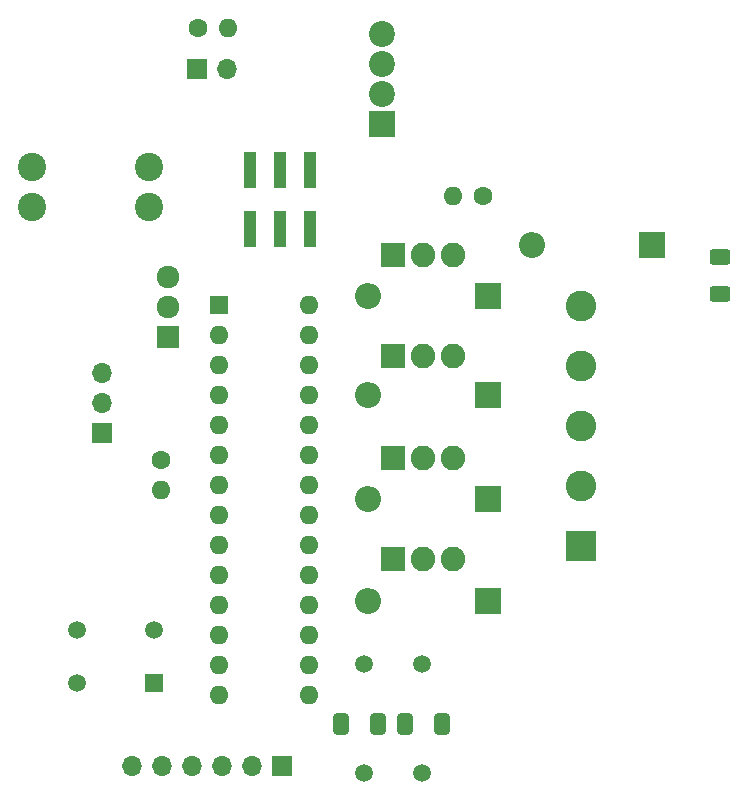
<source format=gbr>
%TF.GenerationSoftware,KiCad,Pcbnew,8.0.1-rc1*%
%TF.CreationDate,2024-06-22T18:19:48-07:00*%
%TF.ProjectId,AMS - CANBus - RGB - Pchannel,414d5320-2d20-4434-914e-427573202d20,rev?*%
%TF.SameCoordinates,Original*%
%TF.FileFunction,Soldermask,Top*%
%TF.FilePolarity,Negative*%
%FSLAX46Y46*%
G04 Gerber Fmt 4.6, Leading zero omitted, Abs format (unit mm)*
G04 Created by KiCad (PCBNEW 8.0.1-rc1) date 2024-06-22 18:19:48*
%MOMM*%
%LPD*%
G01*
G04 APERTURE LIST*
G04 Aperture macros list*
%AMRoundRect*
0 Rectangle with rounded corners*
0 $1 Rounding radius*
0 $2 $3 $4 $5 $6 $7 $8 $9 X,Y pos of 4 corners*
0 Add a 4 corners polygon primitive as box body*
4,1,4,$2,$3,$4,$5,$6,$7,$8,$9,$2,$3,0*
0 Add four circle primitives for the rounded corners*
1,1,$1+$1,$2,$3*
1,1,$1+$1,$4,$5*
1,1,$1+$1,$6,$7*
1,1,$1+$1,$8,$9*
0 Add four rect primitives between the rounded corners*
20,1,$1+$1,$2,$3,$4,$5,0*
20,1,$1+$1,$4,$5,$6,$7,0*
20,1,$1+$1,$6,$7,$8,$9,0*
20,1,$1+$1,$8,$9,$2,$3,0*%
G04 Aperture macros list end*
%ADD10RoundRect,0.250000X-0.625000X0.400000X-0.625000X-0.400000X0.625000X-0.400000X0.625000X0.400000X0*%
%ADD11RoundRect,0.250000X-0.412500X-0.650000X0.412500X-0.650000X0.412500X0.650000X-0.412500X0.650000X0*%
%ADD12R,2.085000X2.085000*%
%ADD13C,2.085000*%
%ADD14C,1.600000*%
%ADD15O,1.600000X1.600000*%
%ADD16R,2.200000X2.200000*%
%ADD17O,2.200000X2.200000*%
%ADD18C,2.200000*%
%ADD19R,2.600000X2.600000*%
%ADD20C,2.600000*%
%ADD21R,1.700000X1.700000*%
%ADD22O,1.700000X1.700000*%
%ADD23C,2.400000*%
%ADD24R,1.000000X3.150000*%
%ADD25R,1.600000X1.600000*%
%ADD26R,1.920000X1.920000*%
%ADD27C,1.920000*%
%ADD28C,1.500000*%
%ADD29R,1.500000X1.500000*%
%ADD30RoundRect,0.250000X0.412500X0.650000X-0.412500X0.650000X-0.412500X-0.650000X0.412500X-0.650000X0*%
G04 APERTURE END LIST*
D10*
%TO.C,R20*%
X183339349Y-77690905D03*
X183339349Y-80790905D03*
%TD*%
D11*
%TO.C,C3*%
X151260700Y-117190800D03*
X154385700Y-117190800D03*
%TD*%
D12*
%TO.C,Q3*%
X155667500Y-86019300D03*
D13*
X158207500Y-86019300D03*
X160747500Y-86019300D03*
%TD*%
D12*
%TO.C,Q5*%
X155667500Y-77526300D03*
D13*
X158207500Y-77526300D03*
X160747500Y-77526300D03*
%TD*%
D14*
%TO.C,R7*%
X139116100Y-58260700D03*
D15*
X141656100Y-58260700D03*
%TD*%
D16*
%TO.C,D2*%
X177549500Y-76634500D03*
D17*
X167389500Y-76634500D03*
%TD*%
D16*
%TO.C,J1*%
X154748000Y-66384800D03*
D18*
X154748000Y-63844800D03*
X154748000Y-61304800D03*
X154748000Y-58764800D03*
%TD*%
D19*
%TO.C,J2*%
X171594600Y-102105600D03*
D20*
X171594600Y-97025600D03*
X171594600Y-91945600D03*
X171594600Y-86865600D03*
X171594600Y-81785600D03*
%TD*%
D14*
%TO.C,NTC1*%
X135965600Y-94809500D03*
D15*
X135965600Y-97349500D03*
%TD*%
D16*
%TO.C,D6*%
X163712200Y-80926100D03*
D17*
X153552200Y-80926100D03*
%TD*%
D16*
%TO.C,D3*%
X163712200Y-106759100D03*
D17*
X153552200Y-106759100D03*
%TD*%
D21*
%TO.C,J3*%
X146254600Y-120744200D03*
D22*
X143714600Y-120744200D03*
X141174600Y-120744200D03*
X138634600Y-120744200D03*
X136094600Y-120744200D03*
X133554600Y-120744200D03*
%TD*%
D23*
%TO.C,U5*%
X134999500Y-70018000D03*
X134999500Y-73418000D03*
X125079500Y-70018000D03*
X125079500Y-73418000D03*
%TD*%
D16*
%TO.C,D5*%
X163712200Y-89328000D03*
D17*
X153552200Y-89328000D03*
%TD*%
D14*
%TO.C,R6*%
X163265200Y-72479500D03*
D15*
X160725200Y-72479500D03*
%TD*%
D21*
%TO.C,Powerboard1*%
X130976300Y-92602600D03*
D22*
X130976300Y-90062600D03*
X130976300Y-87522600D03*
%TD*%
D24*
%TO.C,J4*%
X148585100Y-70282000D03*
X148585100Y-75332000D03*
X146045100Y-70282000D03*
X146045100Y-75332000D03*
X143505100Y-70282000D03*
X143505100Y-75332000D03*
%TD*%
D25*
%TO.C,U2*%
X140929500Y-81761800D03*
D15*
X140929500Y-84301800D03*
X140929500Y-86841800D03*
X140929500Y-89381800D03*
X140929500Y-91921800D03*
X140929500Y-94461800D03*
X140929500Y-97001800D03*
X140929500Y-99541800D03*
X140929500Y-102081800D03*
X140929500Y-104621800D03*
X140929500Y-107161800D03*
X140929500Y-109701800D03*
X140929500Y-112241800D03*
X140929500Y-114781800D03*
X148549500Y-114781800D03*
X148549500Y-112241800D03*
X148549500Y-109701800D03*
X148549500Y-107161800D03*
X148549500Y-104621800D03*
X148549500Y-102081800D03*
X148549500Y-99541800D03*
X148549500Y-97001800D03*
X148549500Y-94461800D03*
X148549500Y-91921800D03*
X148549500Y-89381800D03*
X148549500Y-86841800D03*
X148549500Y-84301800D03*
X148549500Y-81761800D03*
%TD*%
D21*
%TO.C,J5*%
X139049600Y-61738500D03*
D22*
X141589600Y-61738500D03*
%TD*%
D26*
%TO.C,Q1*%
X136586000Y-84423600D03*
D27*
X136586000Y-81883600D03*
X136586000Y-79343600D03*
%TD*%
D28*
%TO.C,Y2*%
X153203400Y-112099600D03*
X158083400Y-112099600D03*
%TD*%
D16*
%TO.C,D4*%
X163712200Y-98155100D03*
D17*
X153552200Y-98155100D03*
%TD*%
D29*
%TO.C,Reset1*%
X135385300Y-113752500D03*
D28*
X128885300Y-113752500D03*
X135385300Y-109252500D03*
X128885300Y-109252500D03*
%TD*%
D30*
%TO.C,C5*%
X159785700Y-117178500D03*
X156660700Y-117178500D03*
%TD*%
D28*
%TO.C,Y1*%
X153178500Y-121354000D03*
X158058500Y-121354000D03*
%TD*%
D12*
%TO.C,Q2*%
X155667500Y-103267000D03*
D13*
X158207500Y-103267000D03*
X160747500Y-103267000D03*
%TD*%
D12*
%TO.C,Q4*%
X155667500Y-94673500D03*
D13*
X158207500Y-94673500D03*
X160747500Y-94673500D03*
%TD*%
M02*

</source>
